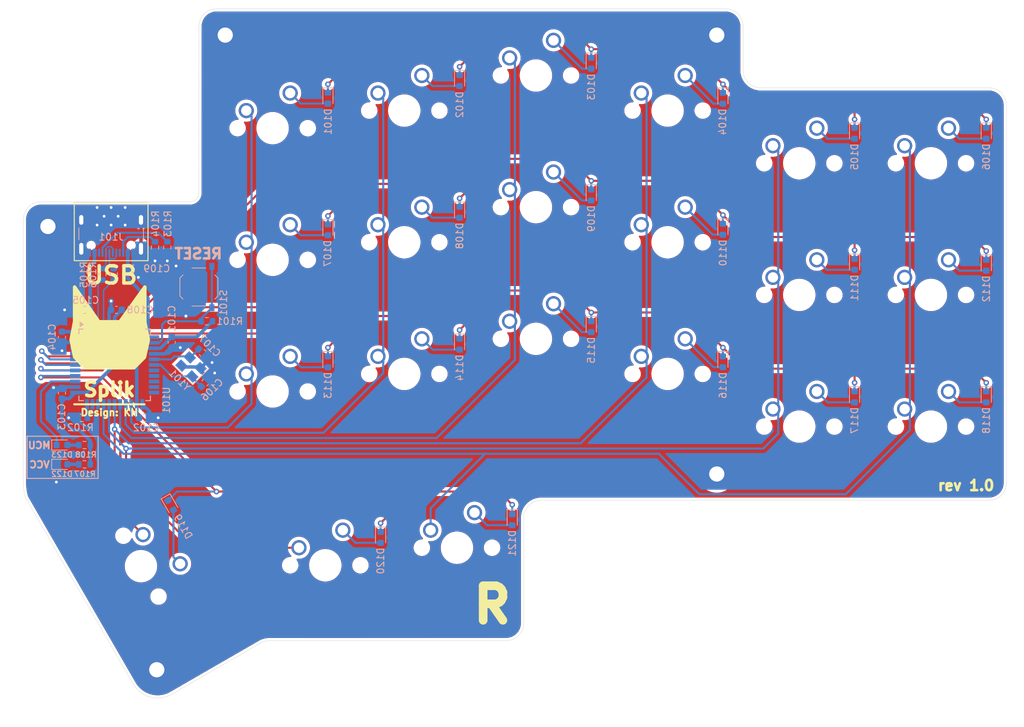
<source format=kicad_pcb>
(kicad_pcb (version 20240108) (generator "pcbnew") (generator_version "8.0")
  (layers (0 "F.Cu" signal) (31 "B.Cu" signal) (34 "B.Paste" user) (35 "F.Paste" user) (36 "B.SilkS" user "B.Silkscreen") (37 "F.SilkS" user "F.Silkscreen") (38 "B.Mask" user) (39 "F.Mask" user) (44 "Edge.Cuts" user))
  (net 0 "")
  (net 1 "GND")
  (net 2 "VCC")
  (net 3 "Net-(U101-XTAL1)")
  (net 4 "Net-(U101-XTAL2)")
  (net 5 "Net-(U101-UCAP)")
  (net 6 "row_0")
  (net 7 "Net-(D101-A)")
  (net 8 "Net-(D102-A)")
  (net 9 "Net-(D103-A)")
  (net 10 "Net-(D104-A)")
  (net 11 "Net-(D105-A)")
  (net 12 "Net-(D106-A)")
  (net 13 "Net-(D107-A)")
  (net 14 "row_1")
  (net 15 "Net-(D108-A)")
  (net 16 "Net-(D109-A)")
  (net 17 "Net-(D110-A)")
  (net 18 "Net-(D111-A)")
  (net 19 "Net-(D112-A)")
  (net 20 "Net-(D113-A)")
  (net 21 "row_2")
  (net 22 "Net-(D114-A)")
  (net 23 "Net-(D115-A)")
  (net 24 "Net-(D116-A)")
  (net 25 "Net-(D117-A)")
  (net 26 "Net-(D118-A)")
  (net 27 "row_3")
  (net 28 "Net-(D119-A)")
  (net 29 "Net-(D120-A)")
  (net 30 "Net-(D121-A)")
  (net 31 "Net-(D122-A)")
  (net 32 "MCU_STATUS")
  (net 33 "Net-(D123-A)")
  (net 34 "Net-(J101-D--PadA7)")
  (net 35 "Net-(J101-D+-PadA6)")
  (net 37 "Net-(J101-CC2)")
  (net 38 "Net-(J101-CC1)")
  (net 40 "Net-(U101-~{RESET})")
  (net 41 "Net-(U101-~{HWB}{slash}PE2)")
  (net 42 "USB_D-")
  (net 43 "USB_D+")
  (net 44 "col_0")
  (net 45 "col_1")
  (net 46 "col_2")
  (net 47 "col_3")
  (net 48 "col_4")
  (net 49 "col_5")
  (footprint "MountingHole:MountingHole_2.2mm_M2_Pad_TopBottom" (layer "F.Cu") (at 18.796 55.626)
    (property "Reference" "H101" (hide yes))
    (property "Value" "MountingHole_Pad")
  )
  (footprint "Button_Switch_Keyboard:SW_Cherry_MX_1.00u_PCB" (layer "F.Cu") (at 91.948 47.752)
    (property "Reference" "SW109" (hide yes))
    (property "Value" "K")
  )
  (footprint "MountingHole:MountingHole_2.2mm_M2_Pad_TopBottom" (layer "F.Cu") (at 44.45 27.94)
    (property "Reference" "H102" (hide yes))
    (property "Value" "MountingHole_Pad")
  )
  (footprint "Button_Switch_Keyboard:SW_Cherry_MX_1.00u_PCB" (layer "F.Cu") (at 72.898 33.782)
    (property "Reference" "SW102" (hide yes))
    (property "Value" "U")
  )
  (footprint "Button_Switch_Keyboard:SW_Cherry_MX_1.00u_PCB" (layer "F.Cu") (at 149.098 79.502)
    (property "Reference" "SW118" (hide yes))
    (property "Value" "RSHIFT")
  )
  (footprint "MountingHole:MountingHole_2.2mm_M2_Pad_TopBottom" (layer "F.Cu") (at 34.544 119.761)
    (property "Reference" "H104" (hide yes))
    (property "Value" "MountingHole_Pad")
  )
  (footprint "Button_Switch_Keyboard:SW_Cherry_MX_1.00u_PCB" (layer "F.Cu") (at 72.898 71.882)
    (property "Reference" "SW114" (hide yes))
    (property "Value" "M")
  )
  (footprint "Button_Switch_Keyboard:SW_Cherry_MX_1.00u_PCB" (layer "F.Cu") (at 130.048 41.402)
    (property "Reference" "SW105" (hide yes))
    (property "Value" "P")
  )
  (footprint "Button_Switch_Keyboard:SW_Cherry_MX_1.00u_PCB" (layer "F.Cu") (at 91.948 28.702)
    (property "Reference" "SW103" (hide yes))
    (property "Value" "I")
  )
  (footprint "Button_Switch_Keyboard:SW_Cherry_MX_1.00u_PCB" (layer "F.Cu") (at 110.998 71.882)
    (property "Reference" "SW116" (hide yes))
    (property "Value" ".")
  )
  (footprint "Button_Switch_Keyboard:SW_Cherry_MX_1.00u_PCB" (layer "F.Cu") (at 149.098 60.452)
    (property "Reference" "SW112" (hide yes))
    (property "Value" "'")
  )
  (footprint "Button_Switch_Keyboard:SW_Cherry_MX_1.00u_PCB" (layer "F.Cu") (at 80.518 97.028)
    (property "Reference" "SW121" (hide yes))
    (property "Value" "LAYER")
  )
  (footprint "Button_Switch_Keyboard:SW_Cherry_MX_1.00u_PCB" (layer "F.Cu") (at 149.098 41.402)
    (property "Reference" "SW106" (hide yes))
    (property "Value" "BSPC")
  )
  (footprint "Button_Switch_Keyboard:SW_Cherry_MX_1.00u_PCB" (layer "F.Cu") (at 110.998 52.832)
    (property "Reference" "SW110" (hide yes))
    (property "Value" "L")
  )
  (footprint "MountingHole:MountingHole_2.2mm_M2_Pad_TopBottom" (layer "F.Cu") (at 115.57 27.94)
    (property "Reference" "H103" (hide yes))
    (property "Value" "MountingHole_Pad")
  )
  (footprint "MountingHole:MountingHole_2.2mm_M2_Pad_TopBottom" (layer "F.Cu") (at 115.57 91.44)
    (property "Reference" "H105" (hide yes))
    (property "Value" "MountingHole_Pad")
  )
  (footprint "Button_Switch_Keyboard:SW_Cherry_MX_1.00u_PCB" (layer "F.Cu") (at 130.048 60.452)
    (property "Reference" "SW111" (hide yes))
    (property "Value" ";")
  )
  (footprint "Button_Switch_Keyboard:SW_Cherry_MX_1.00u_PCB" (layer "F.Cu") (at 53.848 74.422)
    (property "Reference" "SW113" (hide yes))
    (property "Value" "N")
  )
  (footprint "Button_Switch_Keyboard:SW_Cherry_MX_1.75u_PCB" (layer "F.Cu") (at 37.927409 104.434705 -60)
    (property "Reference" "SW119" (hide yes))
    (property "Value" "SPACE")
  )
  (footprint "Button_Switch_Keyboard:SW_Cherry_MX_1.00u_PCB" (layer "F.Cu") (at 72.898 52.832)
    (property "Reference" "SW108" (hide yes))
    (property "Value" "J")
  )
  (footprint "Button_Switch_Keyboard:SW_Cherry_MX_1.00u_PCB" (layer "F.Cu") (at 110.998 33.782)
    (property "Reference" "SW104" (hide yes))
    (property "Value" "O")
  )
  (footprint "Button_Switch_Keyboard:SW_Cherry_MX_1.00u_PCB" (layer "F.Cu") (at 61.468 99.568)
    (property "Reference" "SW120" (hide yes))
    (property "Value" "ENTER")
  )
  (footprint "Button_Switch_Keyboard:SW_Cherry_MX_1.00u_PCB" (layer "F.Cu") (at 130.048 79.502)
    (property "Reference" "SW117" (hide yes))
    (property "Value" "/")
  )
  (footprint "Button_Switch_Keyboard:SW_Cherry_MX_1.00u_PCB" (layer "F.Cu") (at 91.948 66.802)
    (property "Reference" "SW115" (hide yes))
    (property "Value" ",")
  )
  (footprint "Button_Switch_Keyboard:SW_Cherry_MX_1.00u_PCB" (layer "F.Cu") (at 53.848 55.372)
    (property "Reference" "SW107" (hide yes))
    (property "Value" "H")
  )
  (footprint "Button_Switch_Keyboard:SW_Cherry_MX_1.00u_PCB" (layer "F.Cu") (at 53.848 36.322)
    (property "Reference" "SW101" (hide yes))
    (property "Value" "Y")
  )
  (footprint "Capacitor_SMD:C_0603_1608Metric" (layer "B.Cu") (at 20.828 71.628 -90)
    (property "Reference" "C104")
    (property "Value" "0.1uF")
  )
  (footprint "Diode_SMD:D_0603_1608Metric" (layer "B.Cu") (at 36.56325 95.965005 -60)
    (property "Reference" "D119")
    (property "Value" "D")
  )
  (footprint "Diode_SMD:D_0603_1608Metric" (layer "B.Cu") (at 135.5035 42.1385 -90)
    (property "Reference" "D105")
    (property "Value" "D")
  )
  (footprint "Capacitor_SMD:C_0603_1608Metric" (layer "B.Cu") (at 24.13 67.691 180)
    (property "Reference" "C105")
    (property "Value" "4.7uF")
  )
  (footprint "Crystal:Crystal_SMD_Abracon_ABM8G-4Pin_3.2x2.5mm" (layer "B.Cu") (at 39.497 75.946 135)
    (property "Reference" "Y101")
    (property "Value" "16 MHz")
  )
  (footprint "Resistor_SMD:R_0603_1608Metric" (layer "B.Cu") (at 36.068 58.6618 -90)
    (property "Reference" "R103")
    (property "Value" "5.1k")
  )
  (footprint "Diode_SMD:D_0603_1608Metric" (layer "B.Cu") (at 97.4035 32.004 -90)
    (property "Reference" "D103")
    (property "Value" "D")
  )
  (footprint "Diode_SMD:D_0603_1608Metric" (layer "B.Cu") (at 154.559 42.1385 -90)
    (property "Reference" "D106")
    (property "Value" "D")
  )
  (footprint "Package_QFP:TQFP-44_10x10mm_P0.8mm" (layer "B.Cu") (at 28.448 75.654 -90)
    (property "Reference" "U101")
    (property "Value" "ATmega32U4")
  )
  (footprint "Diode_SMD:D_0603_1608Metric" (layer "B.Cu") (at 154.559 61.234 -90)
    (property "Reference" "D112")
    (property "Value" "D")
  )
  (footprint "LED_SMD:LED_0603_1608Metric" (layer "B.Cu") (at 20.828 87.249)
    (property "Reference" "D123")
    (property "Value" "GREEN")
  )
  (footprint "Diode_SMD:D_0603_1608Metric" (layer "B.Cu") (at 116.4535 56.027 -90)
    (property "Reference" "D110")
    (property "Value" "D")
  )
  (footprint "Capacitor_SMD:C_0603_1608Metric" (layer "B.Cu") (at 28.702 67.691 180)
    (property "Reference" "C108")
    (property "Value" "1uF")
  )
  (footprint "Button_Switch_SMD:SW_Push_1P1T_XKB_TS-1187A" (layer "B.Cu") (at 40.64 64.389 -90)
    (property "Reference" "S101")
    (property "Value" "reset_sw")
  )
  (footprint "Resistor_SMD:R_0603_1608Metric" (layer "B.Cu") (at 34.29 58.6618 -90)
    (property "Reference" "R104")
    (property "Value" "5.1k")
  )
  (footprint "LED_SMD:LED_0603_1608Metric" (layer "B.Cu") (at 20.828 90.043)
    (property "Reference" "D122")
    (property "Value" "GREEN")
  )
  (footprint "Resistor_SMD:R_0603_1608Metric" (layer "B.Cu") (at 41.783 69.342 180)
    (property "Reference" "R101")
    (property "Value" "10k")
  )
  (footprint "Resistor_SMD:R_0603_1608Metric" (layer "B.Cu") (at 28.321 62.547 -90)
    (property "Reference" "R106")
    (property "Value" "22")
  )
  (footprint "Diode_SMD:D_0603_1608Metric" (layer "B.Cu") (at 59.309 37.0585 -90)
    (property "Reference" "D101")
    (property "Value" "D")
  )
  (footprint "Diode_SMD:D_0603_1608Metric" (layer "B.Cu") (at 78.359 34.5185 -90)
    (property "Reference" "D102")
    (property "Value" "D")
  )
  (footprint "Diode_SMD:D_0603_1608Metric" (layer "B.Cu") (at 78.3535 72.664 -90)
    (property "Reference" "D114")
    (property "Value" "D")
  )
  (footprint "Capacitor_SMD:C_0603_1608Metric" (layer "B.Cu") (at 41.529 78.232 45)
    (property "Reference" "C106")
    (property "Value" "22pF")
  )
  (footprint "Diode_SMD:D_0603_1608Metric" (layer "B.Cu") (at 66.929 100.6095 -90)
    (property "Reference" "D120")
    (property "Value" "D")
  )
  (footprint "Diode_SMD:D_0603_1608Metric" (layer "B.Cu") (at 116.4535 75.204 -90)
    (property "Reference" "D116")
    (property "Value" "D")
  )
  (footprint "Diode_SMD:D_0603_1608Metric" (layer "B.Cu") (at 78.359 53.5685 -90)
    (property "Reference" "D108")
    (property "Value" "D")
  )
  (footprint "Diode_SMD:D_0603_1608Metric" (layer "B.Cu") (at 116.459 37.084 -90)
    (property "Reference" "D104")
    (property "Value" "D")
  )
  (footprint "Diode_SMD:D_0603_1608Metric" (layer "B.Cu") (at 135.509 61.1125 -90)
    (property "Reference" "D111")
    (property "Value" "D")
  )
  (footprint "Resistor_SMD:R_0603_1608Metric" (layer "B.Cu") (at 24.0915 87.249 180)
    (property "Reference" "R108")
    (property "Value" "1k")
  )
  (footprint "Diode_SMD:D_0603_1608Metric" (layer "B.Cu") (at 135.5035 80.284 -90)
    (property "Reference" "D117")
    (property "Value" "D")
  )
  (footprint "Capacitor_SMD:C_0603_1608Metric" (layer "B.Cu") (at 36.703 72.39 -90)
    (property "Reference" "C101")
    (property "Value" "0.1uF")
  )
  (footprint "Capacitor_SMD:C_0603_1608Metric" (layer "B.Cu") (at 32.766 83.312)
    (property "Reference" "C102")
    (property "Value" "0.1uF")
  )
  (footprint "Diode_SMD:D_0603_1608Metric" (layer "B.Cu") (at 59.309 56.1085 -90)
    (property "Reference" "D107")
    (property "Value" "D")
  )
  (footprint "Diode_SMD:D_0603_1608Metric" (layer "B.Cu") (at 154.5535 80.284 -90)
    (property "Reference" "D118")
    (property "Value" "D")
  )
  (footprint "Diode_SMD:D_0603_1608Metric" (layer "B.Cu") (at 59.3035 75.204 -90)
    (property "Reference" "D113")
    (property "Value" "D")
  )
  (footprint "Capacitor_SMD:C_0603_1608Metric" (layer "B.Cu") (at 20.828 79.756 90)
    (property "Reference" "C103")
    (property "Value" "0.1uF")
  )
  (footprint "Capacitor_SMD:C_0603_1608Metric" (layer "B.Cu") (at 31.115 61.722 180)
    (property "Reference" "C109")
    (property "Value" "0.1uF")
  )
  (footprint "Resistor_SMD:R_0603_1608Metric" (layer "B.Cu") (at 26.67 62.547 -90)
    (property "Reference" "R105")
    (property "Value" "22")
  )
  (footprint "Diode_SMD:D_0603_1608Metric" (layer "B.Cu") (at 97.4035 70.124 -90)
    (property "Reference" "D115")
    (property "Value" "D")
  )
  (footprint "Capacitor_SMD:C_0603_1608Metric" (layer "B.Cu") (at 41.148 73.914 -45)
    (property "Reference" "C107")
    (property "Value" "22pF")
  )
  (footprint "Resistor_SMD:R_0603_1608Metric" (layer "B.Cu") (at 23.686 83.312 180)
    (property "Reference" "R102")
    (property "Value" "10k")
  )
  (footprint "Diode_SMD:D_0603_1608Metric" (layer "B.Cu") (at 97.4035 51.074 -90)
    (property "Reference" "D109")
    (property "Value" "D")
  )
  (footprint "Connector_USB:USB_C_Receptacle_GCT_USB4105-xx-A_16P_TopMnt_Horizontal" (layer "B.Cu") (at 27.94 55.753)
    (property "Reference" "J101")
    (property "Value" "USB_C_2.0")
  )
  (footprint "Resistor_SMD:R_0603_1608Metric" (layer "B.Cu") (at 24.0915 90.043 180)
    (property "Reference" "R107")
    (property "Value" "1k")
  )
  (footprint "Diode_SMD:D_0603_1608Metric" (layer "B.Cu") (at 85.9735 98.064 -90)
    (property "Reference" "D121")
    (property "Value" "D")
  )
  (gr_rect (start 15.7735 85.979) (end 26.0605 92.075) (stroke (width 0.15)) (fill none) (layer "B.SilkS"))
  (gr_poly (pts (xy 26.162 69.4182) (xy 22.6568 64.389) (xy 22.6568 69.3674) (xy 22.1488 72.009) (xy 22.6568 74.4982) (xy 24.13 76.073) (xy 31.242 76.073) (xy 32.766 74.549) (xy 33.3248 72.009) (xy 32.8168 69.469) (xy 32.8168 64.389) (xy 29.21 69.4182)) (stroke (width 0.5)) (fill solid) (layer "F.SilkS"))
  (gr_rect (start 22.606 52.197) (end 33.274 60.579) (stroke (width 0.15)) (fill none) (layer "F.SilkS"))
  (gr_line (start 22.606 81.3562) (end 32.766 81.3562) (stroke (width 0.3)) (layer "F.SilkS"))
  (gr_arc (start 157.48 92.71) (mid 156.736051 94.506051) (end 154.94 95.25) (stroke (width 0.05)) (layer "Edge.Cuts"))
  (gr_line (start 15.24 54.61) (end 15.24 92.71) (stroke (width 0.05)) (layer "Edge.Cuts"))
  (gr_line (start 15.54763 94.853281) (end 31.192874 121.918961) (stroke (width 0.05)) (layer "Edge.Cuts"))
  (gr_arc (start 154.94 35.56) (mid 156.736051 36.303949) (end 157.48 38.1) (stroke (width 0.05)) (layer "Edge.Cuts"))
  (gr_line (start 90.17 95.25) (end 154.94 95.25) (stroke (width 0.05)) (layer "Edge.Cuts"))
  (gr_line (start 43.18 24.13) (end 116.84 24.13) (stroke (width 0.05)) (layer "Edge.Cuts"))
  (gr_arc (start 40.630974 50.790974) (mid 40.259007 51.689007) (end 39.360974 52.060974) (stroke (width 0.05)) (layer "Edge.Cuts"))
  (gr_arc (start 121.92 35.56) (mid 120.123949 34.816051) (end 119.38 33.02) (stroke (width 0.05)) (layer "Edge.Cuts"))
  (gr_arc (start 87.63 97.79) (mid 88.373949 95.993949) (end 90.17 95.25) (stroke (width 0.05)) (layer "Edge.Cuts"))
  (gr_arc (start 87.63 113.011949) (mid 86.886061 114.80801) (end 85.09 115.551949) (stroke (width 0.05)) (layer "Edge.Cuts"))
  (gr_line (start 17.78 52.07) (end 39.360974 52.060974) (stroke (width 0.05)) (layer "Edge.Cuts"))
  (gr_arc (start 116.84 24.13) (mid 118.636051 24.873949) (end 119.38 26.67) (stroke (width 0.05)) (layer "Edge.Cuts"))
  (gr_line (start 119.38 26.67) (end 119.38 33.02) (stroke (width 0.05)) (layer "Edge.Cuts"))
  (gr_arc (start 49.493181 115.931968) (mid 50.121989 115.662164) (end 50.8 115.57) (stroke (width 0.05)) (layer "Edge.Cuts"))
  (gr_line (start 40.630974 50.790974) (end 40.64 26.67) (stroke (width 0.05)) (layer "Edge.Cuts"))
  (gr_line (start 36.9062 123.19) (end 49.493181 115.931968) (stroke (width 0.05)) (layer "Edge.Cuts"))
  (gr_arc (start 15.24 54.61) (mid 15.983949 52.813949) (end 17.78 52.07) (stroke (width 0.05)) (layer "Edge.Cuts"))
  (gr_arc (start 40.64 26.67) (mid 41.383949 24.873949) (end 43.18 24.13) (stroke (width 0.05)) (layer "Edge.Cuts"))
  (gr_line (start 87.63 97.79) (end 87.63 113.011949) (stroke (width 0.05)) (layer "Edge.Cuts"))
  (gr_arc (start 15.54763 94.853281) (mid 15.317299 93.792623) (end 15.24 92.71) (stroke (width 0.05)) (layer "Edge.Cuts"))
  (gr_arc (start 36.9062 123.19) (mid 33.782124 123.756504) (end 31.192874 121.918961) (stroke (width 0.05)) (layer "Edge.Cuts"))
  (gr_line (start 85.09 115.551949) (end 50.8 115.57) (stroke (width 0.05)) (layer "Edge.Cuts"))
  (gr_line (start 157.48 38.1) (end 157.48 92.71) (stroke (width 0.05)) (layer "Edge.Cuts"))
  (gr_line (start 121.92 35.56) (end 154.94 35.56) (stroke (width 0.05)) (layer "Edge.Cuts"))
  (gr_text "VCC" (at 19.177 90.678 -0) (layer "B.SilkS") (effects (font (size 1 1) (thickness 0.3) (bold yes)) (justify left bottom mirror)))
  (gr_text "RESET" (at 44.196 60.452 -0) (layer "B.SilkS") (effects (font (size 1.5 1.5) (thickness 0.375) (bold yes)) (justify left bottom mirror)))
  (gr_text "MCU" (at 19.304 87.884 -0) (layer "B.SilkS") (effects (font (size 1 1) (thickness 0.3) (bold yes)) (justify left bottom mirror)))
  (gr_text "USB" (at 27.94 64.135 0) (layer "F.SilkS") (effects (font (size 2.5 2.5) (thickness 0.5) (bold yes)) (justify bottom)))
  (gr_text "Design: KH" (at 27.686 83.1342 0) (layer "F.SilkS") (effects (font (size 1 1) (thickness 0.25) (bold yes)) (justify bottom)))
  (gr_text "Splik" (at 27.686 80.391 0) (layer "F.SilkS") (effects (font (size 2 2) (thickness 0.5) (bold yes)) (justify bottom)))
  (gr_text "rev 1.0" (at 151.638 93.98 0) (layer "F.SilkS") (effects (font (size 1.5 1.5) (thickness 0.625) (bold yes)) (justify bottom)))
  (gr_text "R" (at 79.756 113.284 0) (layer "F.SilkS") (effects (font (size 5 5) (thickness 1.25) (bold yes)) (justify left bottom)))
  (via (at 20.0152 92.6084) (size 0.8) (drill 0.4) (layers "F.Cu" "B.Cu") (net 1))
  (via (at 20.828 73.6092) (size 0.8) (drill 0.4) (layers "F.Cu" "B.Cu") (net 1))
  (via (at 29.972 55.4228) (size 0.8) (drill 0.4) (layers "F.Cu" "B.Cu") (net 1))
  (via (at 25.908 52.8828) (size 0.8) (drill 0.4) (layers "F.Cu" "B.Cu") (net 1))
  (via (at 25.908 55.4228) (size 0.8) (drill 0.4) (layers "F.Cu" "B.Cu") (net 1))
  (via (at 37.9476 73.152) (size 0.8) (drill 0.4) (layers "F.Cu" "B.Cu") (net 1))
  (via (at 21.7932 83.312) (size 0.8) (drill 0.4) (layers "F.Cu" "B.Cu") (net 1))
  (via (at 19.6088 78.9432) (size 0.8) (drill 0.4) (layers "F.Cu" "B.Cu") (net 1))
  (via (at 29.972 52.8828) (size 0.8) (drill 0.4) (layers "F.Cu" "B.Cu") (net 1))
  (via (at 21.209 67.691) (size 0.8) (drill 0.4) (layers "F.Cu" "B.Cu") (net 1))
  (via (at 42.926 76.835) (size 0.8) (drill 0.4) (layers "F.Cu" "B.Cu") (net 1))
  (via (at 26.924 54.1528) (size 0.8) (drill 0.4) (layers "F.Cu" "B.Cu") (net 1))
  (via (at 34.7472 83.312) (size 0.8) (drill 0.4) (layers "F.Cu" "B.Cu") (net 1))
  (via (at 37.338 61.341) (size 0.8) (drill 0.4) (layers "F.Cu" "B.Cu") (net 1))
  (via (at 27.94 52.8828) (size 0.8) (drill 0.4) (layers "F.Cu" "B.Cu") (net 1))
  (via (at 36.068 60.6044) (size 0.8) (drill 0.4) (layers "F.Cu" "B.Cu") (net 1))
  (via (at 31.877 62.992) (size 0.8) (drill 0.4) (layers "F.Cu" "B.Cu") (net 1))
  (via (at 27.94 55.4228) (size 0.8) (drill 0.4) (layers "F.Cu" "B.Cu") (net 1))
  (via (at 34.29 60.6044) (size 0.8) (drill 0.4) (layers "F.Cu" "B.Cu") (net 1))
  (via (at 38.7604 68.58) (size 0.8) (drill 0.4) (layers "F.Cu" "B.Cu") (net 1))
  (via (at 42.545 75.311) (size 0.8) (drill 0.4) (layers "F.Cu" "B.Cu") (net 1))
  (via (at 28.956 54.1528) (size 0.8) (drill 0.4) (layers "F.Cu" "B.Cu") (net 1))
  (via (at 27.94 66.421) (size 0.8) (drill 0.4) (layers "F.Cu" "B.Cu") (net 1))
  (segment (start 41.696008 74.462008) (end 41.696008 75.302627) (width 0.5) (layer "B.Cu") (net 1))
  (segment (start 21.7932 83.312) (end 22.861 83.312) (width 0.5) (layer "B.Cu") (net 1))
  (segment (start 20.828 78.981) (end 20.955 78.854) (width 0.5) (layer "B.Cu") (net 1))
  (segment (start 33.6612 58.858) (end 34.29 59.4868) (width 0.5) (layer "B.Cu") (net 1))
  (segment (start 20.0405 92.5831) (end 20.0152 92.6084) (width 0.5) (layer "B.Cu") (net 1))
  (segment (start 32.26 58.858) (end 33.6612 58.858) (width 0.5) (layer "B.Cu") (net 1))
  (segment (start 23.62 58.858) (end 23.62 54.678) (width 0.5) (layer "B.Cu") (net 1))
  (segment (start 22.697 72.403) (end 22.748 72.454) (width 0.5) (layer "B.Cu") (net 1))
  (segment (start 34.29 59.4868) (end 36.068 59.4868) (width 0.5) (layer "B.Cu") (net 1))
  (segment (start 33.541 82.447) (end 32.448 81.354) (width 0.5) (layer "B.Cu") (net 1))
  (segment (start 27.927 67.691) (end 27.927 66.434) (width 0.5) (layer "B.Cu") (net 1))
  (segment (start 24.195 59.433) (end 23.62 58.858) (width 0.5) (layer "B.Cu") (net 1))
  (segment (start 40.875858 76.122777) (end 40.875858 76.482842) (width 0.5) (layer "B.Cu") (net 1))
  (segment (start 38.7604 67.3936) (end 38.765 67.389) (width 0.5) (layer "B.Cu") (net 1))
  (segment (start 37.338 61.341) (end 38.717 61.341) (width 0.5) (layer "B.Cu") (net 1))
  (segment (start 24.74 59.433) (end 24.195 59.433) (width 0.5) (layer "B.Cu") (net 1))
  (segment (start 38.118142 75.769223) (end 38.304538 75.955619) (width 0.5) (layer "B.Cu") (net 1))
  (segment (start 36.703 73.165) (end 37.9346 73.165) (width 0.5) (layer "B.Cu") (net 1))
  (segment (start 31.89 61.722) (end 31.89 62.979) (width 0.5) (layer "B.Cu") (net 1))
  (segment (start 21.209 67.691) (end 23.355 67.691) (width 0.5) (layer "B.Cu") (net 1))
  (segment (start 36.703 73.165) (end 35.814 74.054) (width 0.5) (layer "B.Cu") (net 1))
  (segment (start 20.828 72.403) (end 20.828 73.6092) (width 0.5) (layer "B.Cu") (net 1))
  (segment (start 37.9346 73.165) (end 37.9476 73.152) (width 0.5) (layer "B.Cu") (net 1))
  (segment (start 31.14 60.972) (end 31.89 61.722) (width 0.5) (layer "B.Cu") (net 1))
  (segment (start 20.955 78.854) (end 22.748 78.854) (width 0.5) (layer "B.Cu") (net 1))
  (segment (start 34.29 59.4868) (end 34.29 60.6044) (width 0.5) (layer "B.Cu") (net 1))
  (segment (start 33.541 83.312) (end 33.541 82.447) (width 0.5) (layer "B.Cu") (net 1))
  (segment (start 20.828 78.981) (end 19.6466 78.981) (width 0.5) (layer "B.Cu") (net 1))
  (segment (start 40.875858 76.482842) (end 42.077008 77.683992) (width 0.5) (layer "B.Cu") (net 1))
  (segment (start 31.14 59.433) (end 31.685 59.433) (width 0.5) (layer "B.Cu") (net 1))
  (segment (start 31.14 59.433) (end 31.14 60.972) (width 0.5) (layer "B.Cu") (net 1))
  (segment (start 20.0405 90.043) (end 20.0405 92.5831) (width 0.5) (layer "B.Cu") (net 1))
  (segment (start 41.696008 75.302627) (end 40.875858 76.122777) (width 0.5) (layer "B.Cu") (net 1))
  (segment (start 27.648 69.954) (end 27.648 67.97) (width 0.5) (layer "B.Cu") (net 1))
  (segment (start 27.927 66.434) (end 27.94 66.421) (width 0.5) (layer "B.Cu") (net 1))
  (segment (start 35.814 74.054) (end 34.148 74.054) (width 0.5) (layer "B.Cu") (net 1))
  (segment (start 31.685 59.433) (end 32.26 58.858) (width 0.5) (layer "B.Cu") (net 1))
  (segment (start 38.717 61.341) (end 38.765 61.389) (width 0.5) (layer "B.Cu") (net 1))
  (segment (start 36.068 59.4868) (end 36.068 60.6044) (width 0.5) (layer "B.Cu") (net 1))
  (segment (start 19.6466 78.981) (end 19.6088 78.9432) (width 0.5) (layer "B.Cu") (net 1))
  (segment (start 38.304538 75.955619) (end 40.7087 75.955619) (width 0.5) (layer "B.Cu") (net 1))
  (segment (start 41.696008 74.462008) (end 42.545 75.311) (width 0.5) (layer "B.Cu") (net 1))
  (segment (start 40.7087 75.955619) (end 40.875858 76.122777) (width 0.5) (layer "B.Cu") (net 1))
  (segment (start 20.828 72.403) (end 22.697 72.403) (width 0.5) (layer "B.Cu") (net 1))
  (segment (start 42.077008 77.683992) (end 42.926 76.835) (width 0.5) (layer "B.Cu") (net 1))
  (segment (start 33.541 83.312) (end 34.7472 83.312) (width 0.5) (layer "B.Cu") (net 1))
  (segment (start 27.648 67.97) (end 27.927 67.691) (width 0.5) (layer "B.Cu") (net 1))
  (segment (start 38.7604 68.58) (end 38.7604 67.3936) (width 0.5) (layer "B.Cu") (net 1))
  (segment (start 31.89 62.979) (end 31.877 62.992) (width 0.5) (layer "B.Cu") (net 1))
  (segment (start 21.871 80.531) (end 22.748 79.654) (width 0.5) (layer "B.Cu") (net 2))
  (segment (start 23.368 85.09) (end 24.9165 86.6385) (width 0.5) (layer "B.Cu") (net 2))
  (segment (start 25.248 69.954) (end 25.248 71.204) (width 0.5) (layer "B.Cu") (net 2))
  (segment (start 25.248 68.034) (end 25.248 69.954) (width 0.5) (layer "B.Cu") (net 2))
  (segment (start 40.335 71.615) (end 42.608 69.342) (width 0.5) (layer "B.Cu") (net 2))
  (segment (start 30.34 59.433) (end 30.34 61.722) (width 0.5) (layer "B.Cu") (net 2))
  (segment (start 20.828 80.531) (end 21.871 80.531) (width 0.5) (layer "B.Cu") (net 2))
  (segment (start 24.9165 86.6385) (end 24.9165 87.249) (width 0.5) (layer "B.Cu") (net 2))
  (segment (start 22.369118 85.09) (end 23.368 85.09) (width 0.5) (layer "B.Cu") (net 2))
  (segment (start 34.148 73.254) (end 32.448 73.254) (width 0.5) (layer "B.Cu") (net 2))
  (segment (start 31.648 82.969) (end 31.648 81.354) (width 0.5) (layer "B.Cu") (net 2))
  (segment (start 29.248 74.841) (end 29.2545 74.8475) (width 0.5) (layer "B.Cu") (net 2))
  (segment (start 24.905 61.455) (end 25.54 60.82) (width 0.5) (layer "B.Cu") (net 2))
  (segment (start 31.991 83.312) (end 31.648 82.969) (width 0.5) (layer "B.Cu") (net 2))
  (segment (start 35.064 73.254) (end 36.703 71.615) (width 0.5) (layer "B.Cu") (net 2))
  (segment (start 30.34 61.722) (end 30.34 63.106) (width 0.5) (layer "B.Cu") (net 2))
  (segment (start 27.566 74.422) (end 27.566 74.429) (width 0.5) (layer "B.Cu") (net 2))
  (segment (start 28.6195 75.4825) (end 24.448 79.654) (width 0.5) (layer "B.Cu") (net 2))
  (segment (start 30.34 63.106) (end 33.274 66.04) (width 0.5) (layer "B.Cu") (net 2))
  (segment (start 34.148 73.254) (end 35.064 73.254) (width 0.5) (layer "B.Cu") (net 2))
  (segment (start 24.905 67.691) (end 25.248 68.034) (width 0.5) (layer "B.Cu") (net 2))
  (segment (start 31.648 81.354) (end 31.648 73.558) (width 0.5) (layer "B.Cu") (net 2))
  (segment (start 24.9165 90.043) (end 24.9165 87.249) (width 0.5) (layer "B.Cu") (net 2))
  (segment (start 21.947 70.853) (end 22.748 71.654) (width 0.5) (layer "B.Cu") (net 2))
  (segment (start 32.448 73.254) (end 31.648 72.454) (width 0.5) (layer "B.Cu") (net 2))
  (segment (start 27.566 74.422) (end 24.798 71.654) (width 0.5) (layer "B.Cu") (net 2))
  (segment (start 29.2545 74.8475) (end 28.6195 75.4825) (width 0.5) (layer "B.Cu") (net 2))
  (segment (start 20.828 83.548882) (end 22.369118 85.09) (width 0.5) (layer "B.Cu") (net 2))
  (segment (start 20.828 80.531) (end 20.828 83.548882) (width 0.5) (layer "B.Cu") (net 2))
  (segment (start 27.566 74.429) (end 28.6195 75.4825) (width 0.5) (layer "B.Cu") (net 2))
  (segment (start 25.54 60.82) (end 25.54 59.433) (width 0.5) (layer "B.Cu") (net 2))
  (segment (start 31.648 72.454) (end 31.648 73.558) (width 0.5) (layer "B.Cu") (net 2))
  (segment (start 31.648 72.454) (end 29.2545 74.8475) (width 0.5) (layer "B.Cu") (net 2))
  (segment (start 24.905 67.691) (end 24.905 61.455) (width 0.5) (layer "B.Cu") (net 2))
  (segment (start 36.703 71.615) (end 40.335 71.615) (width 0.5) (layer "B.Cu") (net 2))
  (segment (start 29.248 69.954) (end 29.248 74.841) (width 0.5) (layer "B.Cu") (net 2))
  (segment (start 33.274 66.04) (end 33.274 70.828) (width 0.5) (layer "B.Cu") (net 2))
  (segment (start 25.248 71.204) (end 24.798 71.654) (width 0.5) (layer "B.Cu") (net 2))
  (segment (start 33.274 70.828) (end 31.648 72.454) (width 0.5) (layer "B.Cu") (net 2))
  (segment (start 20.828 70.853) (end 21.947 70.853) (width 0.5) (layer "B.Cu") (net 2))
  (segment (start 24.798 71.654) (end 22.748 71.654) (width 0.5) (layer "B.Cu") (net 2))
  (segment (start 24.448 79.654) (end 22.748 79.654) (width 0.5) (layer "B.Cu") (net 2))
  (segment (start 39.673777 77.324858) (end 39.673777 77.472793) (width 0.3) (layer "B.Cu") (net 3))
  (segment (start 36.743858 77.324858) (end 39.673777 77.324858) (width 0.3) (layer "B.Cu") (net 3))
  (segment (start 34.148 75.654) (end 35.073 75.654) (width 0.3) (layer "B.Cu") (net 3))
  (segment (start 39.673777 77.472793) (end 40.980992 78.780008) (width 0.3) (layer "B.Cu") (net 3))
  (segment (start 35.073 75.654) (end 36.743858 77.324858) (width 0.3) (layer "B.Cu") (net 3))
  (segment (start 39.175081 74.422) (end 39.320223 74.567142) (width 0.3) (layer "B.Cu") (net 4))
  (segment (start 39.320223 74.567142) (end 39.398842 74.567142) (width 0.3) (layer "B.Cu") (net 4))
  (segment (start 36.652 74.854) (end 37.084 74.422) (width 0.3) (layer "B.Cu") (net 4))
  (segment (start 37.084 74.422) (end 39.175081 74.422) (width 0.3) (layer "B.Cu") (net 4))
  (segment (start 34.148 74.854) (end 36.652 74.854) (width 0.3) (layer "B.Cu") (net 4))
  (segment (start 39.398842 74.567142) (end 40.599992 73.365992) (width 0.3) (layer "B.Cu") (net 4))
  (segment (start 29.477 67.691) (end 28.448 68.72) (width 0.5) (layer "B.Cu") (net 5))
  (segment (start 28.448 68.72) (end 28.448 69.954) (width 0.5) (layer "B.Cu") (net 5))
  (segment (start 97.409 29.972) (end 94.234 26.797) (width 0.3) (layer "F.Cu") (net 6))
  (segment (start 59.309 35.052) (end 61.0235 33.3375) (width 0.3) (layer "F.Cu") (net 6))
  (segment (start 78.359 32.512) (end 80.391 30.48) (width 0.3) (layer "F.Cu") (net 6))
  (segment (start 135.509 40.132) (end 135.509 38.989) (width 0.3) (layer "F.Cu") (net 6))
  (segment (start 119.507 38.1) (end 116.459 35.052) (width 0.3) (layer "F.Cu") (net 6))
  (segment (start 111.379 29.972) (end 97.409 29.972) (width 0.3) (layer "F.Cu") (net 6))
  (segment (start 63.881 30.48) (end 80.391 30.48) (width 0.3) (layer "F.Cu") (net 6))
  (segment (start 154.559 40.132) (end 152.527 38.1) (width 0.3) (layer "F.Cu") (net 6))
  (segment (start 84.074 26.797) (end 80.391 30.48) (width 0.3) (layer "F.Cu") (net 6))
  (segment (start 135.509 38.989) (end 134.62 38.1) (width 0.3) (layer "F.Cu") (net 6))
  (segment (start 18.669 74.422) (end 25.660661 74.422) (width 0.3) (layer "F.Cu") (net 6))
  (segment (start 152.527 38.1) (end 134.62 38.1) (width 0.3) (layer "F.Cu") (net 6))
  (segment (start 17.907 73.66) (end 18.669 74.422) (width 0.3) (layer "F.Cu") (net 6))
  (segment (start 25.660661 74.422) (end 61.0235 39.059161) (width 0.3) (layer "F.Cu") (net 6))
  (segment (start 94.234 26.797) (end 84.074 26.797) (width 0.3) (layer "F.Cu") (net 6))
  (segment (start 116.459 35.052) (end 111.379 29.972) (width 0.3) (layer "F.Cu") (net 6))
  (segment (start 61.0235 39.059161) (end 61.0235 33.3375) (width 0.3) (layer "F.Cu") (net 6))
  (segment (start 61.0235 33.3375) (end 63.881 30.48) (width 0.3) (layer "F.Cu") (net 6))
  (segment (start 134.62 38.1) (end 119.507 38.1) (width 0.3) (layer "F.Cu") (net 6))
  (via (at 97.409 29.972) (size 0.8) (drill 0.4) (layers "F.Cu" "B.Cu") (net 6))
  (via (at 135.509 40.132) (size 0.8) (drill 0.4) (layers "F.Cu" "B.Cu") (net 6))
  (via (at 17.907 73.66) (size 0.8) (drill 0.4) (layers "F.Cu" "B.Cu") (net 6))
  (via (at 78.359 32.512) (size 0.8) (drill 0.4) (layers "F.Cu" "B.Cu") (net 6))
  (via (at 59.309 35.052) (size 0.8) (drill 0.4) (layers "F.Cu" "B.Cu") (net 6))
  (via (at 154.559 40.132) (size 0.8) (drill 0.4) (layers "F.Cu" "B.Cu") (net 6))
  (via (at 116.459 35.052) (size 0.8) (drill 0.4) (layers "F.Cu" "B.Cu") (net 6))
  (segment (start 135.5035 41.351) (end 135.5035 40.1375) (width 0.3) (layer "B.Cu") (net 6))
  (segment (start 154.559 41.351) (end 154.559 40.132) (width 0.3) (layer "B.Cu") (net 6))
  (segment (start 78.359 33.731) (end 78.359 32.512) (width 0.3) (layer "B.Cu") (net 6))
  (segment (start 97.4035 31.2165) (end 97.4035 29.9775) (width 0.3) (layer "B.Cu") (net 6))
  (segment (start 97.4035 29.9775) (end 97.409 29.972) (width 0.3) (layer "B.Cu") (net 6))
  (segment (start 135.5035 40.1375) (end 135.509 40.132) (width 0.3) (layer "B.Cu") (net 6))
  (segment (start 19.101 74.854) (end 22.748 74.854) (width 0.3) (layer "B.Cu") (net 6))
  (segment (start 17.907 73.66) (end 19.101 74.854) (width 0.3) (layer "B.Cu") (net 6))
  (segment (start 116.459 36.2965) (end 116.459 35.052) (width 0.3) (layer "B.Cu") (net 6))
  (segment (start 59.309 36.271) (end 59.309 35.052) (width 0.3) (layer "B.Cu") (net 6))
  (segment (start 55.372 37.846) (end 53.848 36.322) (width 0.3) (layer "B.Cu") (net 7))
  (segment (start 59.309 37.846) (end 55.372 37.846) (width 0.3) (layer "B.Cu") (net 7))
  (segment (start 74.422 35.306) (end 72.898 33.782) (width 0.3) (layer "B.Cu") (net 8))
  (segment (start 78.359 35.306) (end 74.422 35.306) (width 0.3) (layer "B.Cu") (net 8))
  (segment (start 97.4035 32.7915) (end 96.0375 32.7915) (width 0.3) (layer "B.Cu") (net 9))
  (segment (start 96.0375 32.7915) (end 91.948 28.702) (width 0.3) (layer "B.Cu") (net 9))
  (segment (start 116.459 37.8715) (end 115.0875 37.8715) (width 0.3) (layer "B.Cu") (net 10))
  (segment (start 115.0875 37.8715) (end 110.998 33.782) (width 0.3) (layer "B.Cu") (net 10))
  (segment (start 135.5035 42.926) (end 131.572 42.926) (width 0.3) (layer "B.Cu") (net 11))
  (segment (start 131.572 42.926) (end 130.048 41.402) (width 0.3) (layer "B.Cu") (net 11))
  (segment (start 154.559 42.926) (end 150.622 42.926) (width 0.3) (layer "B.Cu") (net 12))
  (segment (start 150.622 42.926) (end 149.098 41.402) (width 0.3) (layer "B.Cu") (net 12))
  (segment (start 55.372 56.896) (end 53.848 55.372) (width 0.3) (layer "B.Cu") (net 13))
  (segment (start 59.309 56.896) (end 55.372 56.896) (width 0.3) (layer "B.Cu") (net 13))
  (segment (start 26.162 75.438) (end 18.288 75.438) (width 0.3) (layer "F.Cu") (net 14))
  (segment (start 80.518 49.403) (end 80.4545 49.4665) (width 0.3) (layer "F.Cu") (net 14))
  (segment (start 94.234 45.847) (end 84.074 45.847) (width 0.3) (layer "F.Cu") (net 14))
  (segment (start 97.409 49.022) (end 94.234 45.847) (width 0.3) (layer "F.Cu") (net 14))
  (segment (start 51.439188 67.31) (end 34.29 67.31) (width 0.3) (layer "F.Cu") (net 14))
  (segment (start 60.833 52.578) (end 59.309 54.102) (width 0.3) (layer "F.Cu") (net 14))
  (segment (start 34.29 67.31) (end 26.162 75.438) (width 0.3) (layer "F.Cu") (net 14))
  (segment (start 154.559 59.182) (end 152.527 57.15) (width 0.3) (layer "F.Cu") (net 14))
  (segment (start 84.074 45.847) (end 80.518 49.403) (width 0.3) (layer "F.Cu") (net 14))
  (segment (start 134.62 57.15) (end 119.634 57.15) (width 0.3) (layer "F.Cu") (net 14))
  (segment (start 152.527 57.15) (end 134.62 57.15) (width 0.3) (layer "F.Cu") (net 14))
  (segment (start 116.459 53.975) (end 111.506 49.022) (width 0.3) (layer "F.Cu") (net 14))
  (segment (start 111.506 49.022) (end 97.409 49.022) (width 0.3) (layer "F.Cu") (net 14))
  (segment (start 80.518 49.403) (end 78.359 51.562) (width 0.3) (layer "F.Cu") (net 14))
  (segment (start 60.833 52.578) (end 60.833 57.916188) (width 0.3) (layer "F.Cu") (net 14))
  (segment (start 135.509 58.039) (end 134.62 57.15) (width 0.3) (layer "F.Cu") (net 14))
  (segment (start 18.288 75.438) (end 17.78 74.93) (width 0.3) (layer "F.Cu") (net 14))
  (segment (start 63.9445 49.4665) (end 60.833 52.578) (width 0.3) (layer "F.Cu") (net 14))
  (segment (start 119.634 57.15) (end 116.459 53.975) (width 0.3) (layer "F.Cu") (net 14))
  (segment (start 135.509 59.055) (end 135.509 58.039) (width 0.3) (layer "F.Cu") (net 14))
  (segment (start 80.4545 49.4665) (end 63.9445 49.4665) (width 0.3) (layer "F.Cu") (net 14))
  (segment (start 60.833 57.916188) (end 51.439188 67.31) (width 0.3) (layer "F.Cu") (net 14))
  (via (at 59.309 54.102) (size 0.8) (drill 0.4) (layers "F.Cu" "B.Cu") (net 14))
  (via (at 17.78 74.93) (size 0.8) (drill 0.4) (layers "F.Cu" "B.Cu") (net 14))
  (via (at 97.409 49.022) (size 0.8) (drill 0.4) (layers "F.Cu" "B.Cu") (net 14))
  (via (at 116.459 53.975) (size 0.8) (drill 0.4) (layers "F.Cu" "B.Cu") (net 14))
  (via (at 135.509 59.055) (size 0.8) (drill 0.4) (layers "F.Cu" "B.Cu") (net 14))
  (via (at 154.559 59.182) (size 0.8) (drill 0.4) (layers "F.Cu" "B.Cu") (net 14))
  (via (at 78.359 51.562) (size 0.8) (drill 0.4) (layers "F.Cu" "B.Cu") (net 14))
  (segment (start 59.309 55.321) (end 59.309 54.102) (width 0.3) (layer "B.Cu") (net 14))
  (segment (start 18.504 75.654) (end 17.78 74.93) (width 0.3) (layer "B.Cu") (net 14))
  (segment (start 116.4535 53.9805) (end 116.459 53.975) (width 0.3) (layer "B.Cu") (net 14))
  (segment (start 22.748 75.654) (end 18.504 75.654) (width 0.3) (layer "B.Cu") (net 14))
  (segment (start 97.4035 50.2865) (end 97.4035 49.0275) (width 0.3) (layer "B.Cu") (net 14))
  (segment (start 97.4035 49.0275) (end 97.409 49.022) (width 0.3) (layer "B.Cu") (net 14))
  (segment (start 116.4535 55.2395) (end 116.4535 53.9805) (width 0.3) (layer "B.Cu") (net 14))
  (segment (start 135.509 60.325) (end 135.509 59.055) (width 0.3) (layer "B.Cu") (net 14))
  (segment (start 78.359 52.781) (end 78.359 51.562) (width 0.3) (layer "B.Cu") (net 14))
  (segment (start 154.559 60.4465) (end 154.559 59.182) (width 0.3) (layer "B.Cu") (net 14))
  (segment (start 74.422 54.356) (end 72.898 52.832) (width 0.3) (layer "B.Cu") (net 15))
  (segment (start 78.359 54.356) (end 74.422 54.356) (width 0.3) (layer "B.Cu") (net 15))
  (segment (start 96.0575 51.8615) (end 91.948 47.752) (width 0.3) (layer "B.Cu") (net 16))
  (segment (start 97.4035 51.8615) (end 96.0575 51.8615) (width 0.3) (layer "B.Cu") (net 16))
  (segment (start 116.4535 56.8145) (end 114.9805 56.8145) (width 0.3) (layer "B.Cu") (net 17))
  (segment (start 114.9805 56.8145) (end 110.998 52.832) (width 0.3) (layer "B.Cu") (net 17))
  (segment (start 131.496 61.9) (end 130.048 60.452) (width 0.3) (layer "B.Cu") (net 18))
  (segment (start 135.509 61.9) (end 131.496 61.9) (width 0.3) (layer "B.Cu") (net 18))
  (segment (start 150.6675 62.0215) (end 149.098 60.452) (width 0.3) (layer "B.Cu") (net 19))
  (segment (start 154.559 62.0215) (end 150.6675 62.0215) (width 0.3) (layer "B.Cu") (net 19))
  (segment (start 55.4175 75.9915) (end 53.848 74.422) (width 0.3) (layer "B.Cu") (net 20))
  (segment (start 59.3035 75.9915) (end 55.4175 75.9915) (width 0.3) (layer "B.Cu") (net 20))
  (segment (start 80.391 68.58) (end 63.881 68.58) (width 0.3) (layer "F.Cu") (net 21))
  (segment (start 61.468 70.993) (end 59.309 73.152) (width 0.3) (layer "F.Cu") (net 21))
  (segment (start 119.507 76.2) (end 116.459 73.152) (width 0.3) (layer "F.Cu") (net 21))
  (segment (start 135.509 78.232) (end 135.509 77.089) (width 0.3) (layer "F.Cu") (net 21))
  (segment (start 80.518 68.453) (end 78.359 70.612) (width 0.3) (layer "F.Cu") (net 21))
  (segment (start 61.341 71.12) (end 32.004 71.12) (width 0.3) (layer "F.Cu") (net 21))
  (segment (start 18.034 76.454) (end 17.78 76.2) (width 0.3) (layer "F.Cu") (net 21))
  (segment (start 116.459 73.152) (end 111.379 68.072) (width 0.3) (layer "F.Cu") (net 21))
  (segment (start 80.518 68.453) (end 80.391 68.58) (width 0.3) (layer "F.Cu") (net 21))
  (segment (start 94.234 64.897) (end 84.074 64.897) (width 0.3) (layer "F.Cu") (net 21))
  (segment (start 63.881 68.58) (end 61.468 70.993) (width 0.3) (layer "F.Cu") (net 21))
  (segment (start 84.074 64.897) (end 80.518 68.453) (width 0.3) (layer "F.Cu") (net 21))
  (segment (start 97.409 68.072) (end 94.234 64.897) (width 0.3) (layer "F.Cu") (net 21))
  (segment (start 32.004 71.12) (end 26.67 76.454) (width 0.3) (layer "F.Cu") (net 21))
  (segment (start 154.559 78.232) (end 152.527 76.2) (width 0.3) (layer "F.Cu") (net 21))
  (segment (start 111.379 68.072) (end 97.409 68.072) (width 0.3) (layer "F.Cu") (net 21))
  (segment (start 26.67 76.454) (end 18.034 76.454) (width 0.3) (layer "F.Cu") (net 21))
  (segment (start 152.527 76.2) (end 134.62 76.2) (width 0.3) (layer "F.Cu") (net 21))
  (segment (start 134.62 76.2) (end 119.507 76.2) (width 0.3) (layer "F.Cu") (net 21))
  (segment (start 61.468 70.993) (end 61.341 71.12) (width 0.3) (layer "F.Cu") (net 21))
  (segment (start 135.509 77.089) (end 134.62 76.2) (width 0.3) (layer "F.Cu") (net 21))
  (via (at 78.359 70.612) (size 0.8) (drill 0.4) (layers "F.Cu" "B.Cu") (net 21))
  (via (at 116.459 73.152) (size 0.8) (drill 0.4) (layers "F.Cu" "B.Cu") (net 21))
  (via (at 17.78 76.2) (size 0.8) (drill 0.4) (layers "F.Cu" "B.Cu") (net 21))
  (via (at 154.559 78.232) (size 0.8) (drill 0.4) (layers "F.Cu" "B.Cu") (net 21))
  (via (at 135.509 78.232) (size 0.8) (drill 0.4) (layers "F.Cu" "B.Cu") (net 21))
  (via (at 59.309 73.152) (size 0.8) (drill 0.4) (layers "F.Cu" "B.Cu") (net 21))
  (via (at 97.409 68.072) (size 0.8) (drill 0.4) (layers "F.Cu" "B.Cu") (net 21))
  (segment (start 135.5035 79.4965) (end 135.5035 78.2375) (width 0.3) (layer "B.Cu") (net 21))
  (segment (start 59.3035 73.1575) (end 59.309 73.152) (width 0.3) (layer "B.Cu") (net 21))
  (segment (start 154.5535 79.4965) (end 154.5535 78.2375) (width 0.3) (layer "B.Cu") (net 21))
  (segment (start 135.5035 78.2375) (end 135.509 78.232) (width 0.3) (layer "B.Cu") (net 21))
  (segment (start 22.748 76.454) (end 18.034 76.454) (width 0.3) (layer "B.Cu") (net 21))
  (segment (start 154.5535 78.2375) (end 154.559 78.232) (width 0.3) (layer "B.Cu") (net 21))
  (segment (start 59.3035 74.4165) (end 59.3035 73.1575) (width 0.3) (layer "B.Cu") (net 21))
  (segment (start 97.4035 68.0775) (end 97.409 68.072) (width 0.3) (layer "B.Cu") (net 21))
  (segment (start 78.3535 70.6175) (end 78.359 70.612) (width 0.3) (layer "B.Cu") (net 21))
  (segment (start 116.4535 74.4165) (end 116.4535 73.1575) (width 0.3) (layer "B.Cu") (net 21))
  (segment (start 78.3535 71.8765) (end 78.3535 70.6175) (width 0.3) (layer "B.Cu") (net 21))
  (segment (start 97.4035 69.3365) (end 97.4035 68.0775) (width 0.3) (layer "B.Cu") (net 21))
  (segment (start 18.034 76.454) (end 17.78 76.2) (width 0.3) (layer "B.Cu") (net 21))
  (segment (start 116.4535 73.1575) (end 116.459 73.152) (width 0.3) (layer "B.Cu") (net 21))
  (segment (start 78.3535 73.4515) (end 74.4675 73.4515) (width 0.3) (layer "B.Cu") (net 22))
  (segment (start 74.4675 73.4515) (end 72.898 71.882) (width 0.3) (layer "B.Cu") (net 22))
  (segment (start 96.0575 70.9115) (end 91.948 66.802) (width 0.3) (layer "B.Cu") (net 23))
  (segment (start 97.4035 70.9115) (end 96.0575 70.9115) (width 0.3) (layer "B.Cu") (net 23))
  (segment (start 115.1075 75.9915) (end 110.998 71.882) (width 0.3) (layer "B.Cu") (net 24))
  (segment (start 116.4535 75.9915) (end 115.1075 75.9915) (width 0.3) (layer "B.Cu") (net 24))
  (segment (start 135.5035 81.0715) (end 131.6175 81.0715) (width 0.3) (layer "B.Cu") (net 25))
  (segment (start 131.6175 81.0715) (end 130.048 79.502) (width 0.3) (layer "B.Cu") (net 25))
  (segment (start 150.6675 81.0715) (end 149.098 79.502) (width 0.3) (layer "B.Cu") (net 26))
  (segment (start 154.5535 81.0715) (end 150.6675 81.0715) (width 0.3) (layer "B.Cu") (net 26))
  (segment (start 84.074 93.98) (end 71.501 93.98) (width 0.3) (layer "F.Cu") (net 27))
  (segment (start 26.67 77.47) (end 43.18 93.98) (width 0.3) (layer "F.Cu") (net 27))
  (segment (start 71.501 93.98) (end 43.18 93.98) (width 0.3) (layer "F.Cu") (net 27))
  (segment (start 71.501 93.98) (end 70.739 94.742) (width 0.3) (layer "F.Cu") (net 27))
  (segment (start 85.979 95.885) (end 84.074 93.98) (width 0.3) (layer "F.Cu") (net 27))
  (segment (start 70.739 94.742) (end 66.929 98.552) (width 0.3) (layer "F.Cu") (net 27))
  (segment (start 17.78 77.47) (end 26.67 77.47) (width 0.3) (layer "F.Cu") (net 27))
  (via (at 17.78 77.47) (size 0.8) (drill 0.4) (layers "F.Cu" "B.Cu") (net 27))
  (via (at 43.18 93.98) (size 0.8) (drill 0.4) (layers "F.Cu" "B.Cu") (net 27))
  (via (at 66.929 98.552) (size 0.8) (drill 0.4) (layers "F.Cu" "B.Cu") (net 27))
  (via (at 85.979 95.885) (size 0.8) (drill 0.4) (layers "F.Cu" "B.Cu") (net 27))
  (segment (start 43.18 93.98) (end 37.47251 93.98) (width 0.3) (layer "B.Cu") (net 27))
  (segment (start 85.9735 95.8905) (end 85.979 95.885) (width 0.3) (layer "B.Cu") (net 27))
  (segment (start 37.47251 93.98) (end 36.1695 95.28301) (width 0.3) (layer "B.Cu") (net 27))
  (segment (start 85.9735 97.2765) (end 85.9735 95.8905) (width 0.3) (layer "B.Cu") (net 27))
  (segment (start 22.748 77.254) (end 17.996 77.254) (width 0.3) (layer "B.Cu") (net 27))
  (segment (start 66.929 99.822) (end 66.929 98.552) (width 0.3) (layer "B.Cu") (net 27))
  (segment (start 17.996 77.254) (end 17.78 77.47) (width 0.3) (layer "B.Cu") (net 27))
  (segment (start 36.957 96.647) (end 36.957 103.464296) (width 0.3) (layer "B.Cu") (net 28))
  (segment (start 36.957 103.464296) (end 37.927409 104.434705) (width 0.3) (layer "B.Cu") (net 28))
  (segment (start 63.297 101.397) (end 61.468 99.568) (width 0.3) (layer "B.Cu") (net 29))
  (segment (start 66.929 101.397) (end 63.297 101.397) (width 0.3) (layer "B.Cu") (net 29))
  (segment (start 82.3415 98.8515) (end 80.518 97.028) (width 0.3) (layer "B.Cu") (net 30))
  (segment (start 85.9735 98.8515) (end 82.3415 98.8515) (width 0.3) (layer "B.Cu") (net 30))
  (segment (start 23.2665 90.043) (end 21.6155 90.043) (width 0.5) (layer "B.Cu") (net 31))
  (segment (start 17.78 79.502) (end 19.228 78.054) (width 0.3) (layer "B.Cu") (net 32))
  (segment (start 19.228 78.054) (end 22.748 78.054) (width 0.3) (layer "B.Cu") (net 32))
  (segment (start 17.78 83.82) (end 17.78 79.502) (width 0.3) (layer "B.Cu") (net 32))
  (segment (start 20.0405 86.0805) (end 17.78 83.82) (width 0.3) (layer "B.Cu") (net 32))
  (segment (start 20.0405 87.249) (end 20.0405 86.0805) (width 0.3) (layer "B.Cu") (net 32))
  (segment (start 23.2665 87.249) (end 21.6155 87.249) (width 0.5) (layer "B.Cu") (net 33))
  (segment (start 27.92241 58.558) (end 27.45759 58.558) (width 0.2) (layer "B.Cu") (net 34))
  (segment (start 27.45759 58.558) (end 27.19 58.82559) (width 0.2) (layer "B.Cu") (net 34))
  (segment (start 27.19 58.82559) (end 27.19 59.433) (width 0.2) (layer "B.Cu") (net 34))
  (segment (start 28.19 59.433) (end 28.19 58.82559) (width 0.2) (layer "B.Cu") (net 34))
  (segment (start 28.19 58.82559) (end 27.92241 58.558) (width 0.2) (layer "B.Cu") (net 34))
  (segment (start 26.67 61.722) (end 27.19 61.202) (width 0.2) (layer "B.Cu") (net 34))
  (segment (start 27.19 61.202) (end 27.19 59.433) (width 0.2) (layer "B.Cu") (net 34))
  (segment (start 27.927 60.308) (end 27.69 60.071) (width 0.2) (layer "B.Cu") (net 35))
  (segment (start 28.69 59.433) (end 28.69 60.04041) (width 0.2) (layer "B.Cu") (net 35))
  (segment (start 27.69 60.071) (end 27.69 59.433) (width 0.2) (layer "B.Cu") (net 35))
  (segment (start 28.321 61.722) (end 27.69 61.091) (width 0.2) (layer "B.Cu") (net 35))
  (segment (start 27.69 61.091) (end 27.69 59.433) (width 0.2) (layer "B.Cu") (net 35))
  (segment (start 28.42241 60.308) (end 27.927 60.308) (width 0.2) (layer "B.Cu") (net 35))
  (segment (start 28.69 60.04041) (end 28.42241 60.308) (width 0.2) (layer "B.Cu") (net 35))
  (segment (start 33.6032 57.15) (end 30.3784 57.15) (width 0.3) (layer "B.Cu") (net 37))
  (segment (start 30.3784 57.15) (end 29.69 57.8384) (width 0.3) (layer "B.Cu") (net 37))
  (segment (start 29.69 57.8384) (end 29.69 59.433) (width 0.3) (layer "B.Cu") (net 37))
  (segment (start 34.29 57.8368) (end 33.6032 57.15) (width 0.3) (layer "B.Cu") (net 37))
  (segment (start 34.7716 56.5404) (end 28.838794 56.5404) (width 0.3) (layer "B.Cu") (net 38))
  (segment (start 26.69 58.689194) (end 26.69 59.433) (width 0.3) (layer "B.Cu") (net 38))
  (segment (start 28.838794 56.5404) (end 26.69 58.689194) (width 0.3) (layer "B.Cu") (net 38))
  (segment (start 36.068 57.8368) (end 34.7716 56.5404) (width 0.3) (layer "B.Cu") (net 38))
  (segment (start 42.515 61.389) (end 42.515 67.389) (width 0.3) (layer "B.Cu") (net 40))
  (segment (start 40.958 69.342) (end 40.958 68.946) (width 0.3) (layer "B.Cu") (net 40))
  (segment (start 35.306 69.85) (end 35.814 69.342) (width 0.3) (layer "B.Cu") (net 40))
  (segment (start 35.814 69.342) (end 40.958 69.342) (width 0.3) (layer "B.Cu") (net 40))
  (segment (start 35.306 72.022736) (end 35.306 69.85) (width 0.3) (layer "B.Cu") (net 40))
  (segment (start 34.148 72.454) (end 34.874736 72.454) (width 0.3) (layer "B.Cu") (net 40))
  (segment (start 34.874736 72.454) (end 35.306 72.022736) (width 0.3) (layer "B.Cu") (net 40))
  (segment (start 40.958 68.946) (end 42.515 67.389) (width 0.3) (layer "B.Cu") (net 40))
  (segment (start 24.448 81.354) (end 24.448 83.249) (width 0.5) (layer "B.Cu") (net 41))
  (segment (start 24.448 83.249) (end 24.511 83.312) (width 0.5) (layer "B.Cu") (net 41))
  (segment (start 26.048 63.994) (end 26.67 63.372) (width 0.2) (layer "B.Cu") (net 42))
  (segment (start 26.048 69.954) (end 26.048 63.994) (width 0.2) (layer "B.Cu") (net 42))
  (segment (start 26.848 69.954) (end 26.848 64.845) (width 0.2) (layer "B.Cu") (net 43))
  (segment (start 26.848 64.845) (end 28.321 63.372) (width 0.2) (layer "B.Cu") (net 43))
  (segment (start 47.498 76.962) (end 48.26 77.724) (width 0.3) (layer "B.Cu") (net 44))
  (segment (start 44.831 84.709) (end 31.623 84.709) (width 0.3) (layer "B.Cu") (net 44))
  (segment (start 48.26 58.674) (end 48.26 77.724) (width 0.3) (layer "B.Cu") (net 44))
  (segment (start 30.848 83.934) (end 30.848 81.354) (width 0.3) (layer "B.Cu") (net 44))
  (segment (start 48.26 81.28) (end 44.831 84.709) (width 0.3) (layer "B.Cu") (net 44))
  (segment (start 31.623 84.709) (end 30.848 83.934) (width 0.3) (layer "B.Cu") (net 44))
  (segment (start 47.498 57.912) (end 48.26 58.674) (width 0.3) (layer "B.Cu") (net 44))
  (segment (start 48.26 77.724) (end 48.26 81.28) (width 0.3) (layer "B.Cu") (net 44))
  (segment (start 48.26 39.624) (end 48.26 39.878) (width 0.3) (layer "B.Cu") (net 44))
  (segment (start 47.498 38.862) (end 48.26 39.624) (width 0.3) (layer "B.Cu") (net 44))
  (segment (start 48.26 43.18) (end 48.26 58.674) (width 0.3) (layer "B.Cu") (net 44))
  (segment (start 48.26 39.878) (end 48.26 43.18) (width 0.3) (layer "B.Cu") (net 44))
  (segment (start 67.31 73.279) (end 67.31 73.66) (width 0.3) (layer "B.Cu") (net 45))
  (segment (start 67.31 75.184) (end 67.31 76.839188) (width 0.3) (layer "B.Cu") (net 45))
  (segment (start 31.242 85.471) (end 30.048 84.277) (width 0.3) (layer "B.Cu") (net 45))
  (segment (start 67.31 73.279) (end 67.31 73.406) (width 0.3) (layer "B.Cu") (net 45))
  (segment (start 67.31 76.839188) (end 58.678188 85.471) (width 0.3) (layer "B.Cu") (net 45))
  (segment (start 30.048 84.277) (end 30.048 81.354) (width 0.3) (layer "B.Cu") (net 45))
  (segment (start 67.31 56.134) (end 67.31 73.279) (width 0.3) (layer "B.Cu") (net 45))
  (segment (start 66.548 74.422) (end 67.31 75.184) (width 0.3) (layer "B.Cu") (net 45))
  (segment (start 67.31 37.084) (end 67.31 56.134) (width 0.3) (layer "B.Cu") (net 45))
  (segment (start 58.678188 85.471) (end 31.242 85.471) (width 0.3) (layer "B.Cu") (net 45))
  (segment (start 66.548 36.322) (end 67.31 37.084) (width 0.3) (layer "B.Cu") (net 45))
  (segment (start 66.548 55.372) (end 67.31 56.134) (width 0.3) (layer "B.Cu") (net 45))
  (segment (start 67.31 73.406) (end 67.31 75.184) (width 0.3) (layer "B.Cu") (net 45))
  (segment (start 30.861 86.233) (end 29.248 84.62) (width 0.3) (layer "B.Cu") (net 46))
  (segment (start 85.598 31.242) (end 86.36 32.004) (width 0.3) (layer "B.Cu") (net 46))
  (segment (start 86.36 49.149) (end 86.36 51.054) (width 0.3) (layer "B.Cu") (net 46))
  (segment (start 86.36 51.054) (end 86.36 70.104) (width 0.3) (layer "B.Cu") (net 46))
  (segment (start 85.598 50.292) (end 86.36 51.054) (width 0.3) (layer "B.Cu") (net 46))
  (segment (start 86.36 32.385) (end 86.36 48.895) (width 0.3) (layer "B.Cu") (net 46))
  (segment (start 86.36 48.895) (end 86.36 49.149) (width 0.3) (layer "B.Cu") (net 46))
  (segment (start 85.598 69.342) (end 86.36 70.104) (width 0.3) (layer "B.Cu") (net 46))
  (segment (start 86.36 32.004) (end 86.36 32.385) (width 0.3) (layer "B.Cu") (net 46))
  (segment (start 86.36 70.104) (end 86.36 74.93) (width 0.3) (layer "B.Cu") (net 46))
  (segment (start 29.248 84.62) (end 29.248 81.354) (width 0.3) (layer "B.Cu") (net 46))
  (segment (start 75.057 86.233) (end 30.861 86.233) (width 0.3) (layer "B.Cu") (net 46))
  (segment (start 86.36 74.93) (end 75.057 86.233) (width 0.3) (layer "B.Cu") (net 46))
  (segment (start 28.448 96.100739) (end 32.552705 100.205444) (width 0.3) (layer "F.Cu") (net 47))
  (segment (start 28.448 84.963) (end 28.448 96.100739) (width 0.3) (layer "F.Cu") (net 47))
  (via (at 28.448 84.963) (size 0.8) (drill 0.4) (layers "F.Cu" "B.Cu") (net 47))
  (segment (start 104.648 55.372) (end 105.41 56.134) (width 0.3) (layer "B.Cu") (net 47))
  (segment (start 105.41 58.399534) (end 105.41 75.184) (width 0.3) (layer "B.Cu") (net 47))
  (segment (start 30.48 86.995) (end 95.885 86.995) (width 0.3) (layer "B.Cu") (net 47))
  (segment (start 105.41 56.007) (end 105.41 56.134) (width 0.3) (layer "B.Cu") (net 47))
  (segment (start 28.448 84.963) (end 28.448 81.354) (width 0.3) (layer "B.Cu") (net 47))
  (segment (start 105.41 37.084) (end 105.41 37.338) (width 0.3) (layer "B.Cu") (net 47))
  (segment (start 105.41 38.1) (end 105.41 56.007) (width 0.3) (layer "B.Cu") (net 47))
  (segment (start 104.648 36.322) (end 105.41 37.084) (width 0.3) (layer "B.Cu") (net 47))
  (segment (start 95.885 86.995) (end 105.41 77.47) (width 0.3) (layer "B.Cu") (net 47))
  (segment (start 105.41 77.47) (end 105.41 75.184) (width 0.3) (layer "B.Cu") (net 47))
  (segment (start 28.448 84.963) (end 30.48 86.995) (width 0.3) (layer "B.Cu") (net 47))
  (segment (start 105.41 37.338) (end 105.41 38.1) (width 0.3) (layer "B.Cu") (net 47))
  (segment (start 105.41 56.134) (end 105.41 58.399534) (width 0.3) (layer "B.Cu") (net 47))
  (segment (start 104.648 74.422) (end 105.41 75.184) (width 0.3) (layer "B.Cu") (net 47))
  (segment (start 105.283 56.007) (end 105.41 56.007) (width 0.3) (layer "B.Cu") (net 47))
  (segment (start 40.005 102.108) (end 55.118 102.108) (width 0.3) (layer "F.Cu") (net 48))
  (segment (start 30.099 87.757) (end 30.099 92.202) (width 0.3) (layer "F.Cu") (net 48))
  (segment (start 30.099 92.202) (end 40.005 102.108) (width 0.3) (layer "F.Cu") (net 48))
  (via (at 30.099 87.757) (size 0.8) (drill 0.4) (layers "F.Cu" "B.Cu") (net 48))
  (segment (start 122.301 87.757) (end 30.099 87.757) (width 0.3) (layer "B.Cu") (net 48))
  (segment (start 124.46 44.958) (end 124.46 52.959) (width 0.3) (layer "B.Cu") (net 48))
  (segment (start 124.46 44.704) (end 124.46 44.958) (width 0.3) (layer "B.Cu") (net 48))
  (segment (start 124.46 81.534) (end 124.46 82.804) (width 0.3) (layer "B.Cu") (net 48))
  (segment (start 124.46 63.754) (end 124.46 81.534) (width 0.3) (layer "B.Cu") (net 48))
  (segment (start 30.099 87.757) (end 27.648 85.306) (width 0.3) (layer "B.Cu") (net 48))
  (segment (start 123.698 82.042) (end 124.46 82.804) (width 0.3) (layer "B.Cu") (net 48))
  (segment (start 124.46 85.598) (end 122.301 87.757) (width 0.3) (layer "B.Cu") (net 48))
  (segment (start 124.46 52.959) (end 124.46 63.754) (width 0.3) (layer "B.Cu") (net 48))
  (segment (start 123.698 43.942) (end 124.46 44.704) (width 0.3) (layer "B.Cu") (net 48))
  (segment (start 123.698 62.992) (end 124.46 63.754) (width 0.3) (layer "B.Cu") (net 48))
  (segment (start 124.46 82.804) (end 124.46 85.598) (width 0.3) (layer "B.Cu") (net 48))
  (segment (start 27.648 85.306) (end 27.648 81.354) (width 0.3) (layer "B.Cu") (net 48))
  (segment (start 143.51 85.09) (end 134.239 94.361) (width 0.3) (layer "B.Cu") (net 49))
  (segment (start 143.51 48.133) (end 143.51 48.26) (width 0.3) (layer "B.Cu") (net 49))
  (segment (start 142.748 62.992) (end 143.51 63.754) (width 0.3) (layer "B.Cu") (net 49))
  (segment (start 26.848 85.649) (end 26.848 81.354) (width 0.3) (layer "B.Cu") (net 49))
  (segment (start 134.239 94.361) (end 113.03 94.361) (width 0.3) (layer "B.Cu") (net 49))
  (segment (start 82.042 88.519) (end 29.718 88.519) (width 0.3) (layer "B.Cu") (net 49))
  (segment (start 143.51 82.804) (end 143.51 85.09) (width 0.3) (layer "B.Cu") (net 49))
  (segment (start 74.168 96.393) (end 82.042 88.519) (width 0.3) (layer "B.Cu") (net 49))
  (segment (start 74.168 99.568) (end 74.168 96.393) (width 0.3) (layer "B.Cu") (net 49))
  (segment (start 143.51 63.754) (end 143.51 82.804) (width 0.3) (layer "B.Cu") (net 49))
  (segment (start 142.748 43.942) (end 143.51 44.704) (width 0.3) (layer "B.Cu") (net 49))
  (segment (start 113.03 94.361) (end 107.188 88.519) (width 0.3) (layer "B.Cu") (net 49))
  (segment (start 107.188 88.519) (end 82.042 88.519) (width 0.3) (layer "B.Cu") (net 49))
  (segment (start 143.51 48.26) (end 143.51 63.754) (width 0.3) (layer "B.Cu") (net 49))
  (segment (start 29.718 88.519) (end 26.848 85.649) (width 0.3) (layer "B.Cu") (net 49))
  (segment (start 142.748 82.042) (end 143.51 82.804) (width 0.3) (layer "B.Cu") (net 49))
  (segment (start 143.51 45.085) (end 143.51 48.133) (width 0.3) (layer "B.Cu") (net 49))
  (segment (start 143.51 44.704) (end 143.51 45.085) (width 0.3) (layer "B.Cu") (net 49))
  (zone (net 1) (net_name "GND") (layer "F.Cu") (connect_pads (clearance 0.5)) (min_thickness 0.25) (fill yes (thermal_gap 0.5) (thermal_bridge_width 0.5))
    (polygon (pts (xy 12.7 22.86) (xy 160.02 22.86) (xy 160.02 101.6) (xy 91.44 101.6) (xy 91.44 121.92) (xy 50.8 121.92) (xy 50.8 127) (xy 12.7 127)))
  )
  (zone (net 0) (net_name "") (layers "F&B.Cu") (connect_pads yes (clearance 0)) (min_thickness 0.25)
    (keepout (tracks allowed) (vias allowed) (pads allowed) (copperpour not_allowed) (footprints allowed))
    (fill (thermal_gap 0.5) (thermal_bridge_width 0.5))
    (polygon (pts (xy 36.703 75.565) (xy 39.116 73.152) (xy 42.164 76.2) (xy 39.751 78.613)))
  )
  (zone (net 0) (net_name "") (layer "B.Cu") (connect_pads (clearance 0)) (min_thickness 0.25)
    (keepout (tracks allowed) (vias allowed) (pads allowed) (copperpour not_allowed) (footprints allowed))
    (fill (thermal_gap 0.5) (thermal_bridge_width 0.5))
    (polygon (pts (xy 35.306 68.834) (xy 21.59 68.834) (xy 21.59 82.55) (xy 35.306 82.55)))
  )
  (zone (net 1) (net_name "GND") (layer "B.Cu") (connect_pads yes (clearance 0.5)) (min_thickness 0.25) (fill yes (thermal_gap 0.5) (thermal_bridge_width 0.5))
    (polygon (pts (xy 14.224 23.876) (xy 158.75 23.876) (xy 158.75 102.616) (xy 91.44 102.616) (xy 91.44 122.936) (xy 50.8 122.936) (xy 50.8 128.016) (xy 14.224 128.016)))
  )
  (zone (net 0) (net_name "") (layer "B.Cu") (connect_pads yes (clearance 0)) (min_thickness 0.25)
    (keepout (tracks allowed) (vias allowed) (pads allowed) (copperpour not_allowed) (footprints allowed))
    (fill (thermal_gap 0.5) (thermal_bridge_width 0.5))
    (polygon (pts (xy 32.893 68.834) (xy 27.051 68.834) (xy 27.051 61.849) (xy 30.988 61.849) (xy 30.988 63.754) (xy 32.893 65.786)))
  )
)
</source>
